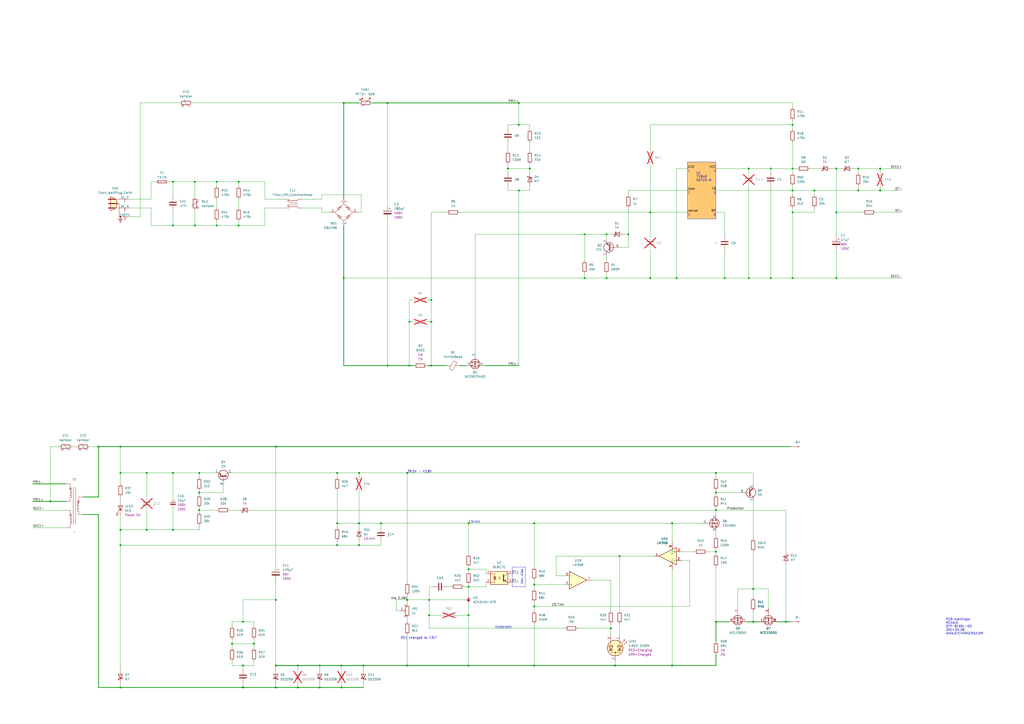
<source format=kicad_sch>
(kicad_sch (version 20230121) (generator eeschema)
  (paper "A2")
  (title_block (date "2023-08-08"))
  (junction (at 115.57 285.75))
  (junction (at 415.29 274.32))
  (junction (at 294.64 97.79))
  (junction (at 510.54 97.79))
  (junction (at 459.74 161.29))
  (junction (at 248.92 347.98))
  (junction (at 69.85 274.32))
  (junction (at 420.37 161.29))
  (junction (at 300.99 72.39))
  (junction (at 57.15 259.08))
  (junction (at 185.42 386.08))
  (junction (at 248.92 356.87))
  (junction (at 354.33 364.49))
  (junction (at 447.04 97.79))
  (junction (at 140.97 386.08))
  (junction (at 309.88 339.09))
  (junction (at 459.74 110.49))
  (junction (at 459.74 72.39))
  (junction (at 195.58 274.32))
  (junction (at 271.78 303.53))
  (junction (at 195.58 316.23))
  (junction (at 208.28 316.23))
  (junction (at 115.57 295.91))
  (junction (at 160.02 398.78))
  (junction (at 100.33 274.32))
  (junction (at 485.14 123.19))
  (junction (at 208.28 303.53))
  (junction (at 210.82 386.08))
  (junction (at 198.12 386.08))
  (junction (at 300.99 59.69))
  (junction (at 100.33 105.41))
  (junction (at 250.19 173.99))
  (junction (at 389.89 386.08))
  (junction (at 434.34 161.29))
  (junction (at 415.29 320.04))
  (junction (at 271.78 356.87))
  (junction (at 389.89 303.53))
  (junction (at 271.78 330.2))
  (junction (at 69.85 316.23))
  (junction (at 236.22 386.08))
  (junction (at 485.14 97.79))
  (junction (at 29.21 290.83))
  (junction (at 198.12 398.78))
  (junction (at 208.28 274.32))
  (junction (at 69.85 259.08))
  (junction (at 147.32 373.38))
  (junction (at 236.22 347.98))
  (junction (at 351.79 135.89))
  (junction (at 113.03 105.41))
  (junction (at 415.29 285.75))
  (junction (at 485.14 161.29))
  (junction (at 140.97 398.78))
  (junction (at 250.19 186.69))
  (junction (at 356.87 386.08))
  (junction (at 199.39 59.69))
  (junction (at 271.78 340.36))
  (junction (at 138.43 130.81))
  (junction (at 309.88 351.79))
  (junction (at 125.73 105.41))
  (junction (at 69.85 398.78))
  (junction (at 415.29 360.68))
  (junction (at 172.72 386.08))
  (junction (at 160.02 386.08))
  (junction (at 125.73 130.81))
  (junction (at 436.88 360.68))
  (junction (at 510.54 110.49))
  (junction (at 497.84 110.49))
  (junction (at 307.34 97.79))
  (junction (at 138.43 105.41))
  (junction (at 309.88 303.53))
  (junction (at 185.42 398.78))
  (junction (at 236.22 274.32))
  (junction (at 377.19 161.29))
  (junction (at 199.39 161.29))
  (junction (at 455.93 360.68))
  (junction (at 115.57 274.32))
  (junction (at 309.88 386.08))
  (junction (at 339.09 161.29))
  (junction (at 195.58 303.53))
  (junction (at 415.29 295.91))
  (junction (at 224.79 212.09))
  (junction (at 224.79 59.69))
  (junction (at 392.43 161.29))
  (junction (at 220.98 303.53))
  (junction (at 140.97 360.68))
  (junction (at 351.79 161.29))
  (junction (at 459.74 97.79))
  (junction (at 100.33 130.81))
  (junction (at 69.85 307.34))
  (junction (at 100.33 307.34))
  (junction (at 459.74 123.19))
  (junction (at 85.09 274.32))
  (junction (at 364.49 135.89))
  (junction (at 497.84 97.79))
  (junction (at 160.02 347.98))
  (junction (at 237.49 212.09))
  (junction (at 172.72 398.78))
  (junction (at 85.09 307.34))
  (junction (at 434.34 97.79))
  (junction (at 472.44 110.49))
  (junction (at 237.49 186.69))
  (junction (at 134.62 373.38))
  (junction (at 250.19 212.09))
  (junction (at 359.41 322.58))
  (junction (at 436.88 341.63))
  (junction (at 300.99 110.49))
  (junction (at 113.03 130.81))
  (junction (at 339.09 135.89))
  (junction (at 271.78 386.08))
  (junction (at 447.04 161.29))
  (junction (at 160.02 259.08))
  (junction (at 377.19 123.19))
  (wire (pts (xy 57.15 259.08) (xy 52.07 259.08)))
  (wire (pts (xy 237.49 173.99) (xy 237.49 186.69)))
  (wire (pts (xy 57.15 288.29) (xy 48.26 288.29)) (stroke (width 0.4)))
  (wire (pts (xy 354.33 364.49) (xy 335.28 364.49)))
  (wire (pts (xy 125.73 115.57) (xy 125.73 120.65)))
  (wire (pts (xy 415.29 274.32) (xy 436.88 274.32)))
  (wire (pts (xy 472.44 110.49) (xy 497.84 110.49)))
  (wire (pts (xy 74.93 120.65) (xy 87.63 120.65)))
  (wire (pts (xy 339.09 135.89) (xy 351.79 135.89)))
  (wire (pts (xy 415.29 379.73) (xy 415.29 386.08)) (stroke (width 0.4)))
  (wire (pts (xy 415.29 360.68) (xy 415.29 372.11)) (stroke (width 0.4)))
  (wire (pts (xy 436.88 360.68) (xy 436.88 354.33)))
  (wire (pts (xy 172.72 398.78) (xy 172.72 396.24)))
  (wire (pts (xy 300.99 59.69) (xy 300.99 72.39)))
  (wire (pts (xy 120.65 259.08) (xy 160.02 259.08)))
  (wire (pts (xy 19.05 295.91) (xy 38.1 295.91)))
  (wire (pts (xy 351.79 135.89) (xy 354.33 135.89)))
  (wire (pts (xy 309.88 386.08) (xy 356.87 386.08)) (stroke (width 0.4)))
  (wire (pts (xy 69.85 298.45) (xy 69.85 307.34)))
  (wire (pts (xy 198.12 386.08) (xy 210.82 386.08)) (stroke (width 0.4)))
  (wire (pts (xy 160.02 347.98) (xy 160.02 386.08)))
  (wire (pts (xy 307.34 87.63) (xy 307.34 82.55)))
  (wire (pts (xy 199.39 161.29) (xy 339.09 161.29)))
  (wire (pts (xy 224.79 59.69) (xy 224.79 119.38)))
  (wire (pts (xy 485.14 161.29) (xy 523.24 161.29)))
  (wire (pts (xy 195.58 274.32) (xy 208.28 274.32)))
  (wire (pts (xy 175.26 120.65) (xy 186.69 120.65)))
  (wire (pts (xy 195.58 313.69) (xy 195.58 316.23)))
  (wire (pts (xy 359.41 361.95) (xy 359.41 368.3)))
  (wire (pts (xy 436.88 290.83) (xy 436.88 312.42)))
  (wire (pts (xy 459.74 113.03) (xy 459.74 110.49)))
  (wire (pts (xy 459.74 100.33) (xy 459.74 97.79)))
  (wire (pts (xy 300.99 59.69) (xy 459.74 59.69)))
  (wire (pts (xy 497.84 110.49) (xy 510.54 110.49)))
  (wire (pts (xy 134.62 373.38) (xy 134.62 375.92)))
  (wire (pts (xy 497.84 107.95) (xy 497.84 110.49)))
  (wire (pts (xy 69.85 274.32) (xy 69.85 280.67)))
  (wire (pts (xy 199.39 212.09) (xy 199.39 161.29)))
  (wire (pts (xy 459.74 69.85) (xy 459.74 72.39)))
  (wire (pts (xy 153.67 105.41) (xy 153.67 115.57)))
  (wire (pts (xy 69.85 288.29) (xy 69.85 290.83)))
  (wire (pts (xy 415.29 285.75) (xy 415.29 287.02)))
  (wire (pts (xy 271.78 328.93) (xy 271.78 330.2)))
  (wire (pts (xy 113.03 105.41) (xy 113.03 114.3)))
  (wire (pts (xy 129.54 285.75) (xy 129.54 281.94)))
  (wire (pts (xy 415.29 318.77) (xy 415.29 320.04)))
  (wire (pts (xy 309.88 339.09) (xy 309.88 341.63)))
  (wire (pts (xy 69.85 316.23) (xy 69.85 388.62)))
  (wire (pts (xy 307.34 110.49) (xy 307.34 107.95)))
  (wire (pts (xy 138.43 130.81) (xy 138.43 128.27)))
  (wire (pts (xy 472.44 120.65) (xy 472.44 123.19)))
  (wire (pts (xy 100.33 274.32) (xy 115.57 274.32)))
  (wire (pts (xy 307.34 95.25) (xy 307.34 97.79)))
  (wire (pts (xy 115.57 274.32) (xy 115.57 276.86)))
  (wire (pts (xy 485.14 97.79) (xy 485.14 123.19)))
  (wire (pts (xy 415.29 295.91) (xy 455.93 295.91)))
  (wire (pts (xy 309.88 349.25) (xy 309.88 351.79)))
  (wire (pts (xy 111.76 59.69) (xy 199.39 59.69)))
  (wire (pts (xy 85.09 274.32) (xy 100.33 274.32)))
  (wire (pts (xy 236.22 347.98) (xy 229.87 347.98)))
  (wire (pts (xy 309.88 303.53) (xy 389.89 303.53)))
  (wire (pts (xy 186.69 113.03) (xy 209.55 113.03)))
  (wire (pts (xy 307.34 100.33) (xy 307.34 97.79)))
  (wire (pts (xy 186.69 115.57) (xy 186.69 113.03)))
  (wire (pts (xy 261.62 340.36) (xy 259.08 340.36)))
  (polyline (pts (xy 297.18 328.93) (xy 304.8 328.93)))
  (wire (pts (xy 140.97 347.98) (xy 160.02 347.98)))
  (wire (pts (xy 210.82 386.08) (xy 210.82 388.62)))
  (wire (pts (xy 472.44 113.03) (xy 472.44 110.49)))
  (wire (pts (xy 160.02 386.08) (xy 172.72 386.08)) (stroke (width 0.4)))
  (wire (pts (xy 351.79 158.75) (xy 351.79 161.29)))
  (wire (pts (xy 508 123.19) (xy 523.24 123.19)))
  (wire (pts (xy 69.85 274.32) (xy 85.09 274.32)))
  (wire (pts (xy 153.67 115.57) (xy 165.1 115.57)))
  (wire (pts (xy 294.64 97.79) (xy 294.64 100.33)))
  (wire (pts (xy 271.78 303.53) (xy 309.88 303.53)))
  (wire (pts (xy 237.49 212.09) (xy 240.03 212.09)) (stroke (width 0.4)))
  (wire (pts (xy 198.12 386.08) (xy 210.82 386.08)))
  (wire (pts (xy 87.63 115.57) (xy 74.93 115.57)))
  (wire (pts (xy 364.49 135.89) (xy 364.49 143.51)))
  (wire (pts (xy 510.54 110.49) (xy 523.24 110.49)))
  (wire (pts (xy 415.29 320.04) (xy 415.29 321.31)))
  (wire (pts (xy 271.78 386.08) (xy 236.22 386.08)) (stroke (width 0.4)))
  (wire (pts (xy 100.33 307.34) (xy 115.57 307.34)))
  (wire (pts (xy 172.72 386.08) (xy 185.42 386.08)) (stroke (width 0.4)))
  (wire (pts (xy 153.67 130.81) (xy 138.43 130.81)))
  (wire (pts (xy 125.73 105.41) (xy 113.03 105.41)))
  (wire (pts (xy 237.49 186.69) (xy 237.49 212.09)))
  (wire (pts (xy 147.32 383.54) (xy 147.32 386.08)))
  (wire (pts (xy 354.33 364.49) (xy 354.33 368.3)))
  (wire (pts (xy 87.63 120.65) (xy 87.63 130.81)))
  (wire (pts (xy 459.74 82.55) (xy 459.74 97.79)))
  (wire (pts (xy 510.54 107.95) (xy 510.54 110.49)))
  (wire (pts (xy 400.05 351.79) (xy 400.05 325.12)))
  (wire (pts (xy 236.22 358.14) (xy 236.22 360.68)))
  (wire (pts (xy 309.88 336.55) (xy 309.88 339.09)))
  (wire (pts (xy 134.62 370.84) (xy 134.62 373.38)))
  (wire (pts (xy 271.78 386.08) (xy 309.88 386.08)) (stroke (width 0.4)))
  (wire (pts (xy 74.93 125.73) (xy 81.28 125.73)))
  (wire (pts (xy 186.69 120.65) (xy 186.69 123.19)))
  (wire (pts (xy 69.85 307.34) (xy 85.09 307.34)))
  (wire (pts (xy 19.05 280.67) (xy 38.1 280.67)) (stroke (width 0.4)))
  (wire (pts (xy 208.28 316.23) (xy 220.98 316.23)))
  (wire (pts (xy 420.37 137.16) (xy 420.37 123.19)))
  (wire (pts (xy 140.97 386.08) (xy 140.97 388.62)))
  (wire (pts (xy 392.43 161.29) (xy 420.37 161.29)))
  (wire (pts (xy 247.65 173.99) (xy 250.19 173.99)))
  (wire (pts (xy 377.19 144.78) (xy 377.19 161.29)))
  (wire (pts (xy 415.29 123.19) (xy 420.37 123.19)))
  (wire (pts (xy 172.72 386.08) (xy 172.72 388.62)))
  (wire (pts (xy 138.43 107.95) (xy 138.43 105.41)))
  (wire (pts (xy 195.58 303.53) (xy 195.58 306.07)))
  (wire (pts (xy 271.78 303.53) (xy 271.78 321.31)))
  (wire (pts (xy 210.82 398.78) (xy 198.12 398.78)) (stroke (width 0.4)))
  (wire (pts (xy 389.89 303.53) (xy 389.89 314.96)))
  (wire (pts (xy 281.94 332.74) (xy 281.94 330.2)))
  (wire (pts (xy 85.09 274.32) (xy 85.09 288.29)))
  (wire (pts (xy 394.97 320.04) (xy 402.59 320.04)))
  (wire (pts (xy 81.28 125.73) (xy 81.28 59.69)))
  (wire (pts (xy 48.26 298.45) (xy 57.15 298.45)) (stroke (width 0.4)))
  (wire (pts (xy 160.02 259.08) (xy 458.47 259.08)) (stroke (width 0.4)))
  (wire (pts (xy 100.33 121.92) (xy 100.33 130.81)))
  (wire (pts (xy 199.39 130.81) (xy 199.39 161.29)) (stroke (width 0.4)))
  (wire (pts (xy 469.9 97.79) (xy 474.98 97.79)))
  (wire (pts (xy 113.03 121.92) (xy 113.03 130.81)))
  (wire (pts (xy 415.29 308.61) (xy 415.29 311.15)))
  (wire (pts (xy 436.88 341.63) (xy 445.77 341.63)))
  (wire (pts (xy 69.85 398.78) (xy 57.15 398.78)) (stroke (width 0.4)))
  (wire (pts (xy 436.88 274.32) (xy 436.88 280.67)))
  (wire (pts (xy 280.67 212.09) (xy 300.99 212.09)) (stroke (width 0.4)))
  (wire (pts (xy 147.32 360.68) (xy 147.32 363.22)))
  (wire (pts (xy 133.35 295.91) (xy 138.43 295.91)))
  (wire (pts (xy 275.59 135.89) (xy 275.59 204.47)))
  (wire (pts (xy 294.64 87.63) (xy 294.64 82.55)))
  (wire (pts (xy 185.42 386.08) (xy 198.12 386.08)) (stroke (width 0.4)))
  (wire (pts (xy 472.44 110.49) (xy 459.74 110.49)))
  (wire (pts (xy 160.02 398.78) (xy 140.97 398.78)) (stroke (width 0.4)))
  (wire (pts (xy 459.74 72.39) (xy 459.74 74.93)))
  (wire (pts (xy 482.6 97.79) (xy 485.14 97.79)))
  (wire (pts (xy 459.74 59.69) (xy 459.74 62.23)))
  (wire (pts (xy 208.28 284.48) (xy 208.28 303.53)))
  (wire (pts (xy 208.28 274.32) (xy 236.22 274.32)))
  (wire (pts (xy 462.28 97.79) (xy 459.74 97.79)))
  (wire (pts (xy 339.09 151.13) (xy 339.09 135.89)))
  (wire (pts (xy 497.84 97.79) (xy 510.54 97.79)))
  (wire (pts (xy 455.93 295.91) (xy 455.93 320.04)))
  (wire (pts (xy 309.88 361.95) (xy 309.88 386.08)))
  (wire (pts (xy 236.22 386.08) (xy 271.78 386.08)))
  (wire (pts (xy 361.95 135.89) (xy 364.49 135.89)))
  (wire (pts (xy 510.54 97.79) (xy 523.24 97.79)))
  (wire (pts (xy 34.29 259.08) (xy 29.21 259.08)))
  (wire (pts (xy 57.15 298.45) (xy 57.15 398.78)) (stroke (width 0.4)))
  (wire (pts (xy 29.21 259.08) (xy 29.21 290.83)))
  (wire (pts (xy 266.7 212.09) (xy 270.51 212.09)) (stroke (width 0.4)))
  (wire (pts (xy 134.62 360.68) (xy 140.97 360.68)))
  (wire (pts (xy 377.19 161.29) (xy 392.43 161.29)))
  (wire (pts (xy 220.98 306.07) (xy 220.98 303.53)))
  (wire (pts (xy 100.33 274.32) (xy 100.33 289.56)))
  (wire (pts (xy 485.14 144.78) (xy 485.14 161.29)))
  (wire (pts (xy 392.43 97.79) (xy 392.43 161.29)))
  (wire (pts (xy 195.58 284.48) (xy 195.58 303.53)))
  (wire (pts (xy 459.74 120.65) (xy 459.74 123.19)))
  (wire (pts (xy 434.34 107.95) (xy 434.34 161.29)))
  (wire (pts (xy 147.32 386.08) (xy 140.97 386.08)))
  (wire (pts (xy 436.88 341.63) (xy 436.88 320.04)))
  (wire (pts (xy 115.57 284.48) (xy 115.57 285.75)))
  (wire (pts (xy 389.89 303.53) (xy 407.67 303.53)))
  (wire (pts (xy 185.42 398.78) (xy 172.72 398.78)) (stroke (width 0.4)))
  (wire (pts (xy 172.72 386.08) (xy 185.42 386.08)))
  (wire (pts (xy 459.74 107.95) (xy 459.74 110.49)))
  (wire (pts (xy 209.55 123.19) (xy 209.55 113.03)))
  (wire (pts (xy 351.79 138.43) (xy 351.79 135.89)))
  (polyline (pts (xy 304.8 328.93) (xy 304.8 340.36)))
  (wire (pts (xy 134.62 363.22) (xy 134.62 360.68)))
  (wire (pts (xy 356.87 386.08) (xy 389.89 386.08)) (stroke (width 0.4)))
  (wire (pts (xy 248.92 340.36) (xy 251.46 340.36)))
  (wire (pts (xy 364.49 120.65) (xy 364.49 135.89)))
  (wire (pts (xy 198.12 398.78) (xy 185.42 398.78)) (stroke (width 0.4)))
  (wire (pts (xy 510.54 100.33) (xy 510.54 97.79)))
  (wire (pts (xy 153.67 120.65) (xy 153.67 130.81)))
  (wire (pts (xy 208.28 274.32) (xy 208.28 276.86)))
  (wire (pts (xy 140.97 360.68) (xy 147.32 360.68)))
  (wire (pts (xy 281.94 340.36) (xy 281.94 337.82)))
  (wire (pts (xy 160.02 396.24) (xy 160.02 398.78)))
  (wire (pts (xy 199.39 59.69) (xy 208.28 59.69)) (stroke (width 0.4)))
  (wire (pts (xy 322.58 334.01) (xy 322.58 322.58)))
  (wire (pts (xy 97.79 105.41) (xy 100.33 105.41)))
  (wire (pts (xy 271.78 339.09) (xy 271.78 340.36)))
  (wire (pts (xy 198.12 386.08) (xy 198.12 388.62)))
  (wire (pts (xy 392.43 97.79) (xy 398.78 97.79)))
  (wire (pts (xy 364.49 110.49) (xy 364.49 113.03)))
  (wire (pts (xy 224.79 127) (xy 224.79 212.09)))
  (wire (pts (xy 447.04 107.95) (xy 447.04 161.29)))
  (wire (pts (xy 115.57 295.91) (xy 115.57 297.18)))
  (wire (pts (xy 455.93 360.68) (xy 458.47 360.68)) (stroke (width 0.4)))
  (wire (pts (xy 199.39 161.29) (xy 199.39 212.09)) (stroke (width 0.4)))
  (wire (pts (xy 433.07 360.68) (xy 436.88 360.68)) (stroke (width 0.4)))
  (wire (pts (xy 115.57 295.91) (xy 125.73 295.91)))
  (wire (pts (xy 307.34 97.79) (xy 294.64 97.79)))
  (wire (pts (xy 240.03 186.69) (xy 237.49 186.69)))
  (wire (pts (xy 220.98 303.53) (xy 271.78 303.53)))
  (wire (pts (xy 364.49 110.49) (xy 398.78 110.49)))
  (wire (pts (xy 100.33 294.64) (xy 100.33 307.34)))
  (wire (pts (xy 115.57 304.8) (xy 115.57 307.34)))
  (wire (pts (xy 160.02 386.08) (xy 160.02 388.62)))
  (wire (pts (xy 354.33 336.55) (xy 342.9 336.55)))
  (wire (pts (xy 415.29 274.32) (xy 415.29 276.86)))
  (wire (pts (xy 172.72 398.78) (xy 160.02 398.78)) (stroke (width 0.4)))
  (wire (pts (xy 415.29 110.49) (xy 459.74 110.49)))
  (wire (pts (xy 208.28 303.53) (xy 220.98 303.53)))
  (wire (pts (xy 29.21 290.83) (xy 38.1 290.83)) (stroke (width 0.4)))
  (wire (pts (xy 134.62 386.08) (xy 134.62 383.54)))
  (wire (pts (xy 377.19 95.25) (xy 377.19 123.19)))
  (wire (pts (xy 237.49 173.99) (xy 240.03 173.99)))
  (wire (pts (xy 138.43 105.41) (xy 125.73 105.41)))
  (wire (pts (xy 134.62 274.32) (xy 195.58 274.32)))
  (wire (pts (xy 69.85 398.78) (xy 140.97 398.78)) (stroke (width 0.4)))
  (wire (pts (xy 69.85 307.34) (xy 69.85 316.23)))
  (wire (pts (xy 125.73 105.41) (xy 125.73 107.95)))
  (wire (pts (xy 415.29 295.91) (xy 415.29 294.64)))
  (wire (pts (xy 87.63 105.41) (xy 90.17 105.41)))
  (wire (pts (xy 485.14 137.16) (xy 485.14 123.19)))
  (wire (pts (xy 87.63 130.81) (xy 100.33 130.81)))
  (wire (pts (xy 485.14 97.79) (xy 487.68 97.79)))
  (wire (pts (xy 236.22 347.98) (xy 236.22 350.52)))
  (wire (pts (xy 185.42 396.24) (xy 185.42 398.78)))
  (wire (pts (xy 436.88 346.71) (xy 436.88 341.63)))
  (wire (pts (xy 250.19 123.19) (xy 259.08 123.19)))
  (wire (pts (xy 248.92 356.87) (xy 256.54 356.87)))
  (wire (pts (xy 248.92 347.98) (xy 269.24 347.98)))
  (wire (pts (xy 447.04 161.29) (xy 459.74 161.29)))
  (wire (pts (xy 85.09 307.34) (xy 100.33 307.34)))
  (wire (pts (xy 125.73 128.27) (xy 125.73 130.81)))
  (wire (pts (xy 250.19 173.99) (xy 250.19 186.69)))
  (wire (pts (xy 389.89 330.2) (xy 389.89 386.08)))
  (wire (pts (xy 250.19 186.69) (xy 250.19 212.09)))
  (wire (pts (xy 138.43 105.41) (xy 153.67 105.41)))
  (wire (pts (xy 191.77 123.19) (xy 186.69 123.19)))
  (wire (pts (xy 195.58 274.32) (xy 195.58 276.86)))
  (wire (pts (xy 420.37 144.78) (xy 420.37 161.29)))
  (wire (pts (xy 87.63 115.57) (xy 87.63 105.41)))
  (wire (pts (xy 250.19 212.09) (xy 259.08 212.09)) (stroke (width 0.4)))
  (wire (pts (xy 377.19 87.63) (xy 377.19 72.39)))
  (wire (pts (xy 447.04 97.79) (xy 434.34 97.79)))
  (wire (pts (xy 266.7 123.19) (xy 377.19 123.19)))
  (wire (pts (xy 69.85 259.08) (xy 160.02 259.08)) (stroke (width 0.4)))
  (wire (pts (xy 113.03 130.81) (xy 125.73 130.81)))
  (wire (pts (xy 250.19 186.69) (xy 247.65 186.69)))
  (wire (pts (xy 115.57 285.75) (xy 129.54 285.75)))
  (wire (pts (xy 415.29 295.91) (xy 415.29 298.45)))
  (wire (pts (xy 69.85 259.08) (xy 69.85 274.32)))
  (wire (pts (xy 351.79 148.59) (xy 351.79 151.13)))
  (wire (pts (xy 248.92 356.87) (xy 248.92 364.49)))
  (wire (pts (xy 294.64 95.25) (xy 294.64 97.79)))
  (wire (pts (xy 100.33 105.41) (xy 113.03 105.41)))
  (wire (pts (xy 147.32 370.84) (xy 147.32 373.38)))
  (wire (pts (xy 271.78 340.36) (xy 271.78 345.44)))
  (wire (pts (xy 410.21 320.04) (xy 415.29 320.04)))
  (wire (pts (xy 472.44 123.19) (xy 459.74 123.19)))
  (wire (pts (xy 185.42 386.08) (xy 198.12 386.08)))
  (polyline (pts (xy 304.8 340.36) (xy 297.18 340.36)))
  (wire (pts (xy 351.79 161.29) (xy 377.19 161.29)))
  (wire (pts (xy 322.58 322.58) (xy 359.41 322.58)))
  (wire (pts (xy 198.12 398.78) (xy 198.12 396.24)))
  (wire (pts (xy 294.64 72.39) (xy 300.99 72.39)))
  (wire (pts (xy 195.58 316.23) (xy 208.28 316.23)))
  (wire (pts (xy 436.88 360.68) (xy 440.69 360.68)) (stroke (width 0.4)))
  (wire (pts (xy 250.19 123.19) (xy 250.19 173.99)))
  (polyline (pts (xy 297.18 328.93) (xy 297.18 340.36)))
  (wire (pts (xy 294.64 107.95) (xy 294.64 110.49)))
  (wire (pts (xy 160.02 386.08) (xy 172.72 386.08)))
  (wire (pts (xy 207.01 123.19) (xy 209.55 123.19)))
  (wire (pts (xy 297.18 337.82) (xy 300.99 337.82)))
  (wire (pts (xy 429.26 285.75) (xy 415.29 285.75)))
  (wire (pts (xy 146.05 295.91) (xy 415.29 295.91)))
  (wire (pts (xy 160.02 336.55) (xy 160.02 347.98)))
  (wire (pts (xy 415.29 360.68) (xy 422.91 360.68)) (stroke (width 0.4)))
  (wire (pts (xy 394.97 325.12) (xy 400.05 325.12)))
  (wire (pts (xy 354.33 336.55) (xy 354.33 354.33)))
  (wire (pts (xy 271.78 330.2) (xy 271.78 331.47)))
  (wire (pts (xy 208.28 303.53) (xy 208.28 306.07)))
  (wire (pts (xy 199.39 115.57) (xy 199.39 59.69)) (stroke (width 0.4)))
  (wire (pts (xy 115.57 295.91) (xy 115.57 294.64)))
  (wire (pts (xy 224.79 59.69) (xy 300.99 59.69)) (stroke (width 0.4)))
  (wire (pts (xy 115.57 274.32) (xy 124.46 274.32)))
  (wire (pts (xy 294.64 110.49) (xy 300.99 110.49)))
  (wire (pts (xy 229.87 347.98) (xy 229.87 354.33)))
  (wire (pts (xy 455.93 327.66) (xy 455.93 360.68)))
  (wire (pts (xy 459.74 161.29) (xy 459.74 123.19)))
  (wire (pts (xy 247.65 212.09) (xy 250.19 212.09)) (stroke (width 0.4)))
  (wire (pts (xy 271.78 350.52) (xy 271.78 356.87)))
  (wire (pts (xy 236.22 274.32) (xy 415.29 274.32)))
  (wire (pts (xy 100.33 105.41) (xy 100.33 114.3)))
  (wire (pts (xy 210.82 386.08) (xy 236.22 386.08)) (stroke (width 0.4)))
  (wire (pts (xy 359.41 322.58) (xy 359.41 354.33)))
  (wire (pts (xy 264.16 356.87) (xy 271.78 356.87)))
  (wire (pts (xy 415.29 328.93) (xy 415.29 360.68)))
  (wire (pts (xy 85.09 295.91) (xy 85.09 307.34)))
  (wire (pts (xy 354.33 361.95) (xy 354.33 364.49)))
  (wire (pts (xy 237.49 212.09) (xy 224.79 212.09)) (stroke (width 0.4)))
  (wire (pts (xy 140.97 396.24) (xy 140.97 398.78)))
  (wire (pts (xy 153.67 120.65) (xy 165.1 120.65)))
  (wire (pts (xy 208.28 313.69) (xy 208.28 316.23)))
  (wire (pts (xy 497.84 100.33) (xy 497.84 97.79)))
  (wire (pts (xy 450.85 360.68) (xy 455.93 360.68)) (stroke (width 0.4)))
  (wire (pts (xy 307.34 74.93) (xy 307.34 72.39)))
  (wire (pts (xy 300.99 110.49) (xy 300.99 212.09)))
  (wire (pts (xy 327.66 334.01) (xy 322.58 334.01)))
  (wire (pts (xy 445.77 341.63) (xy 445.77 353.06)))
  (wire (pts (xy 377.19 72.39) (xy 459.74 72.39)))
  (wire (pts (xy 309.88 351.79) (xy 309.88 354.33)))
  (wire (pts (xy 220.98 313.69) (xy 220.98 316.23)))
  (wire (pts (xy 125.73 130.81) (xy 138.43 130.81)))
  (wire (pts (xy 57.15 259.08) (xy 69.85 259.08)) (stroke (width 0.4)))
  (wire (pts (xy 248.92 347.98) (xy 248.92 356.87)))
  (wire (pts (xy 69.85 396.24) (xy 69.85 398.78)))
  (wire (pts (xy 300.99 110.49) (xy 307.34 110.49)))
  (wire (pts (xy 427.99 341.63) (xy 436.88 341.63)))
  (wire (pts (xy 100.33 130.81) (xy 113.03 130.81)))
  (wire (pts (xy 185.42 386.08) (xy 185.42 388.62)))
  (wire (pts (xy 447.04 97.79) (xy 447.04 100.33)))
  (wire (pts (xy 309.88 351.79) (xy 400.05 351.79)))
  (wire (pts (xy 275.59 135.89) (xy 339.09 135.89)))
  (wire (pts (xy 19.05 306.07) (xy 38.1 306.07)))
  (wire (pts (xy 210.82 398.78) (xy 210.82 396.24)))
  (wire (pts (xy 420.37 161.29) (xy 434.34 161.29)))
  (wire (pts (xy 309.88 339.09) (xy 327.66 339.09)))
  (wire (pts (xy 236.22 368.3) (xy 236.22 386.08)))
  (wire (pts (xy 297.18 332.74) (xy 300.99 332.74)))
  (wire (pts (xy 415.29 97.79) (xy 434.34 97.79)))
  (wire (pts (xy 115.57 285.75) (xy 115.57 287.02)))
  (wire (pts (xy 356.87 383.54) (xy 356.87 386.08)))
  (wire (pts (xy 41.91 259.08) (xy 44.45 259.08)))
  (wire (pts (xy 147.32 373.38) (xy 147.32 375.92)))
  (wire (pts (xy 236.22 345.44) (xy 236.22 347.98)))
  (wire (pts (xy 236.22 347.98) (xy 248.92 347.98)))
  (wire (pts (xy 195.58 303.53) (xy 208.28 303.53)))
  (wire (pts (xy 175.26 115.57) (xy 186.69 115.57)))
  (wire (pts (xy 459.74 161.29) (xy 485.14 161.29)))
  (wire (pts (xy 19.05 290.83) (xy 29.21 290.83)) (stroke (width 0.4)))
  (wire (pts (xy 327.66 364.49) (xy 248.92 364.49)))
  (wire (pts (xy 389.89 386.08) (xy 415.29 386.08)) (stroke (width 0.4)))
  (wire (pts (xy 377.19 123.19) (xy 398.78 123.19)))
  (wire (pts (xy 339.09 158.75) (xy 339.09 161.29)))
  (wire (pts (xy 415.29 284.48) (xy 415.29 285.75)))
  (wire (pts (xy 359.41 322.58) (xy 379.73 322.58)))
  (wire (pts (xy 134.62 373.38) (xy 147.32 373.38)))
  (wire (pts (xy 309.88 303.53) (xy 309.88 328.93)))
  (wire (pts (xy 57.15 259.08) (xy 57.15 288.29)) (stroke (width 0.4)))
  (wire (pts (xy 81.28 59.69) (xy 104.14 59.69)))
  (wire (pts (xy 215.9 59.69) (xy 224.79 59.69)) (stroke (width 0.4)))
  (wire (pts (xy 364.49 143.51) (xy 359.41 143.51)))
  (wire (pts (xy 485.14 123.19) (xy 500.38 123.19)))
  (wire (pts (xy 140.97 360.68) (xy 140.97 347.98)))
  (wire (pts (xy 434.34 97.79) (xy 434.34 100.33)))
  (wire (pts (xy 434.34 161.29) (xy 447.04 161.29)))
  (wire (pts (xy 229.87 354.33) (xy 232.41 354.33)))
  (wire (pts (xy 160.02 259.08) (xy 160.02 328.93)))
  (wire (pts (xy 160.02 259.08) (xy 210.82 259.08)))
  (wire (pts (xy 271.78 356.87) (xy 271.78 386.08)))
  (wire (pts (xy 377.19 123.19) (xy 377.19 137.16)))
  (wire (pts (xy 294.64 74.93) (xy 294.64 72.39)))
  (wire (pts (xy 300.99 72.39) (xy 307.34 72.39)))
  (wire (pts (xy 69.85 316.23) (xy 195.58 316.23)))
  (wire (pts (xy 459.74 97.79) (xy 447.04 97.79)))
  (wire (pts (xy 236.22 274.32) (xy 236.22 337.82)))
  (wire (pts (xy 199.39 212.09) (xy 224.79 212.09)) (stroke (width 0.4)))
  (wire (pts (xy 140.97 386.08) (xy 134.62 386.08)))
  (wire (pts (xy 427.99 341.63) (xy 427.99 353.06)))
  (wire (pts (xy 138.43 120.65) (xy 138.43 115.57)))
  (wire (pts (xy 269.24 340.36) (xy 271.78 340.36)))
  (wire (pts (xy 271.78 340.36) (xy 281.94 340.36)))
  (wire (pts (xy 281.94 330.2) (xy 271.78 330.2)))
  (wire (pts (xy 495.3 97.79) (xy 497.84 97.79)))
  (wire (pts (xy 248.92 347.98) (xy 248.92 340.36)))
  (wire (pts (xy 339.09 161.29) (xy 351.79 161.29)))
  (rectangle (start 398.78 93.98) (end 415.29 127) (fill (type color) (color 255 201 116 1)))
  (text "R21 changed to 13k7" (at 232.41 370.84 0) (effects (font (size 1.27 1.27)) (justify left bottom)))
  (text "13.44V" (at 271.78 303.53 0) (effects (font (size 1.27 1.27)) (justify left bottom)))
  (text "Hysteresis" (at 287.02 364.49 0) (effects (font (size 1.27 1.27)) (justify left bottom)))
  (text "Hot-side" (at 303.53 330.2 90) (effects (font (size 1.27 1.27)) (justify right bottom)))
  (text "39,5V - 43,8V" (at 236.22 274.32 0) (effects (font (size 1.27 1.27)) (justify left bottom)))
  (text "In an attempt to lower output float voltage range (selected by VR1) to 24V,\nR21 was changed to 13k7 however unloaded output voltage never got below 39,5V\nHot-side feedback voltage divider R50, R8 & C5 looks like a promising solution." (at 90.17 -2.54 0) (effects (font (size 5 5)) (justify left bottom)))
  (text "U1\n71840\nSOT23-6" (at 403.86 105.41 0) (effects (font (size 1.27 1.27)) (justify left bottom)))
  (text "PCB markings:\nREV:A.5\nSTP-8100L-05\n2014,04,06\nWWW.STCHARGERS:COM" (at 548.64 368.3 0) (effects (font (size 1.27 1.27)) (justify left bottom)))
  (label "PRI1+" (at 300.99 59.69 180))
  (label "PRI1+" (at 19.05 290.83 0))
  (label "PRI1-" (at 19.05 280.67 0))
  (label "OT-" (at 523.24 110.49 180))
  (label "OT+" (at 300.99 332.74 180))
  (label "OT-" (at 300.99 337.82 180))
  (label "23.7mV" (at 320.04 351.79 0))
  (label "Gate" (at 398.78 110.49 0) (property "Pin" "2" (at 398.78 111.76 0) (effects (font italic) (justify left))))
  (label "BP" (at 415.29 123.19 180) (property "Pin" "6" (at 415.29 124.46 0) (effects (font italic) (justify right))))
  (label "PRI1-" (at 300.99 212.09 180))
  (label "VCC" (at 415.29 97.79 180) (property "Pin" "4" (at 415.29 99.06 0) (effects (font italic) (justify right))))
  (label "GND" (at 398.78 97.79 0) (property "Pin" "1" (at 398.78 99.06 0) (effects (font italic) (justify left))))
  (label "SEC1-" (at 19.05 295.91 0))
  (label "SEC1+" (at 523.24 97.79 180))
  (label "V_{FB} 2,48V" (at 236.22 347.98 180))
  (label "SEC1-" (at 523.24 161.29 180))
  (label "SEC1+" (at 19.05 306.07 0))
  (label "FB" (at 415.29 110.49 180) (property "Pin" "5" (at 415.29 111.76 0) (effects (font italic) (justify right))))
  (label "Isense" (at 398.78 123.19 0) (property "Pin" "3" (at 398.78 124.46 0) (effects (font italic) (justify left))))
  (label "Protection" (at 421.64 295.91 0))
  (label "OT+" (at 523.24 123.19 180))
  (symbol (lib_id "Device:D_Schottky") (at 478.79 97.79 0) (mirror x) (unit 1)
    (property "Reference" "D2" (at 478.4725 91.44 0))
    (property "Value" "?" (effects hide))
    (property "Footprint" "Diode_SMD:D_SOD-123" (effects hide))
    (property "Marking" "T4" (at 478.4725 93.98 0))
  )
  (symbol (lib_id "Simulation_SPICE:NMOS") (at 412.75 303.53 0) (unit 1)
    (property "Reference" "Q6" (at 419.1 302.26 0) (effects (justify left)))
    (property "Value" "CS1N60" (at 419.1 304.8 0) (effects (justify left)))
    (property "Footprint" "Package_TO_SOT_SMD:TO-252-2" (effects hide))
    (property "Datasheet" "https://datasheet.lcsc.com/lcsc/1809251829_Wuxi-China-Resources-Huajing-Microelectronics-CS1N60A4H_C162383.pdf" (effects hide))
    (property "Sim.Device" "NMOS" (effects hide))
    (property "Sim.Type" "VDMOS" (effects hide))
    (property "Sim.Pins" "1=D 2=G 3=S" (effects hide))
    (property "Marking" "CS1N60" (effects hide))
  )
  (symbol (lib_id "Device:D_Schottky") (at 172.72 392.43 270) (mirror x) (unit 1) (dnp yes)
    (property "Reference" "D6" (at 175.26 391.4775 90) (effects (justify left)))
    (property "Value" "SS320B" (at 175.26 394.0175 90) (effects (justify left)))
    (property "Footprint" "Diode_SMD:D_SMA" (effects hide))
    (property "Marking" "SS320B" (effects hide))
  )
  (symbol (lib_id "Device:LED_Dual_AKA") (at 356.87 375.92 270) (mirror x) (unit 1)
    (property "Reference" "LED1" (at 364.49 372.0465 90) (effects (justify left)))
    (property "Value" "1:RED 3:GRN" (at 364.49 374.5865 90) (effects (justify left)))
    (property "Footprint" "LED_THT:LED_D5.0mm-3" (effects hide))
    (property "txt1" "RED=Charging" (at 364.49 377.1265 90) (effects (justify left)))
    (property "txt2" "GRN=Charged" (at 364.49 379.6665 90) (effects (justify left)))
  )
  (symbol (lib_id "Connector:Conn_01x01_Pin") (at 463.55 360.68 0) (mirror y) (unit 1)
    (property "Reference" "J1" (effects hide))
    (property "Value" "B-" (at 462.915 358.14 0))
    (property "Footprint" "TestPoint:TestPoint_THTPad_D4.0mm_Drill2.0mm" (effects hide))
  )
  (symbol (lib_id "Device:R") (at 466.09 97.79 90) (mirror x) (unit 1)
    (property "Reference" "R9" (at 466.09 91.44 90))
    (property "Value" "0R" (at 466.09 93.98 90))
    (property "Footprint" "Resistor_SMD:R_1206_3216Metric" (effects hide))
  )
  (symbol (lib_id "Device:C") (at 140.97 392.43 0) (unit 1)
    (property "Reference" "C13" (at 144.78 391.16 0) (effects (justify left)))
    (property "Value" "~" (at 144.78 393.7 0) (effects (justify left)))
    (property "Footprint" "Capacitor_SMD:C_1206_3216Metric" (effects hide))
  )
  (symbol (lib_id "Amplifier_Operational:LM358") (at 387.35 322.58 0) (mirror y) (unit 1)
    (property "Reference" "U1" (at 387.35 312.42 0) (effects (justify left)))
    (property "Value" "LM358" (at 387.35 314.96 0) (effects (justify left)))
    (property "Footprint" "Package_SO:SO-8_3.9x4.9mm_P1.27mm" (effects hide))
    (property "Datasheet" "https://www.st.com/resource/en/datasheet/lm358.pdf" (effects hide))
  )
  (symbol (lib_id "Device:R") (at 359.41 358.14 0) (mirror x) (unit 1)
    (property "Reference" "R31" (at 361.95 356.87 0) (effects (justify left)))
    (property "Value" "4k7" (at 361.95 359.41 0) (effects (justify left)))
    (property "Footprint" "Resistor_SMD:R_0805_2012Metric" (effects hide))
  )
  (symbol (lib_id "Device:R") (at 243.84 173.99 90) (mirror x) (unit 1) (dnp yes)
    (property "Reference" "R4" (at 243.84 170.18 90))
    (property "Value" "~" (at 243.84 170.18 90))
    (property "Footprint" "Resistor_SMD:R_1206_3216Metric" (effects hide))
  )
  (symbol (lib_id "Device:C") (at 434.34 104.14 0) (unit 1) (dnp yes)
    (property "Reference" "C4" (at 438.15 104.14 0) (effects (justify left)))
    (property "Value" "~" (at 429.26 104.14 90))
    (property "Footprint" "Capacitor_SMD:C_0805_2012Metric" (effects hide))
  )
  (symbol (lib_id "Device:R") (at 294.64 91.44 180) (unit 1)
    (property "Reference" "R12" (at 297.18 90.17 0) (effects (justify right)))
    (property "Value" "100R" (at 297.18 92.71 0) (effects (justify right)))
    (property "Footprint" "Resistor_SMD:R_1206_3216Metric" (effects hide))
  )
  (symbol (lib_id "Device:R") (at 364.49 116.84 0) (unit 1)
    (property "Reference" "R7" (at 367.03 115.57 0) (effects (justify left)))
    (property "Value" "1k" (at 367.03 118.11 0) (effects (justify left)))
    (property "Footprint" "Resistor_SMD:R_1206_3216Metric" (effects hide))
  )
  (symbol (lib_id "Simulation_SPICE:PNP") (at 434.34 285.75 0) (mirror x) (unit 1)
    (property "Reference" "Q5" (at 439.42 284.48 0) (effects (justify left)))
    (property "Value" "2D" (at 439.42 287.02 0) (effects (justify left)))
    (property "Footprint" "Package_TO_SOT_SMD:SOT-23" (effects hide))
    (property "Sim.Device" "PNP" (effects hide))
    (property "Sim.Type" "GUMMELPOON" (effects hide))
    (property "Sim.Pins" "1=C 2=B 3=E" (effects hide))
    (property "Marking" "2D" (effects hide))
  )
  (symbol (lib_id "Device:C_Polarized") (at 224.79 123.19 0) (mirror y) (unit 1)
    (property "Reference" "C3" (at 228.6 118.491 0) (effects (justify right)))
    (property "Value" "180µF" (at 228.6 121.031 0) (effects (justify right)))
    (property "Footprint" "Capacitor_THT:CP_Radial_D25.0mm_P10.00mm_SnapIn" (effects hide))
    (property "Voltage" "400V" (at 228.6 123.571 0) (effects (justify right)))
    (property "Temperature" "105C" (at 228.6 126.111 0) (effects (justify right)))
  )
  (symbol (lib_id "Device:C") (at 294.64 78.74 0) (mirror y) (unit 1)
    (property "Reference" "C9" (at 298.45 78.74 0) (effects (justify right)))
    (property "Value" "~" (at 299.72 78.74 90))
    (property "Footprint" "Capacitor_SMD:C_1206_3216Metric" (effects hide))
  )
  (symbol (lib_id "Device:R") (at 406.4 320.04 90) (unit 1)
    (property "Reference" "R42" (at 406.4 313.69 90))
    (property "Value" "1k" (at 406.4 316.23 90))
    (property "Footprint" "Resistor_SMD:R_0805_2012Metric" (effects hide))
  )
  (symbol (lib_id "Device:D_Schottky") (at 198.12 392.43 270) (mirror x) (unit 1) (dnp yes)
    (property "Reference" "D10" (at 200.66 391.4775 90) (effects (justify left)))
    (property "Value" "SS320B" (at 200.66 394.0175 90) (effects (justify left)))
    (property "Footprint" "Diode_SMD:D_SMA" (effects hide))
    (property "Marking" "SS320B" (effects hide))
  )
  (symbol (lib_id "Device:R") (at 236.22 341.63 0) (unit 1)
    (property "Reference" "R24" (at 238.76 340.36 0) (effects (justify left)))
    (property "Value" "150k" (at 238.76 342.9 0) (effects (justify left)))
    (property "Footprint" "Resistor_SMD:R_0805_2012Metric" (effects hide))
  )
  (symbol (lib_id "Device:C") (at 447.04 104.14 0) (unit 1)
    (property "Reference" "C1" (at 450.85 104.14 0) (effects (justify left)))
    (property "Value" "~" (at 441.96 104.14 90))
    (property "Footprint" "Capacitor_SMD:C_1206_3216Metric" (effects hide))
  )
  (symbol (lib_id "Device:C") (at 220.98 309.88 180) (unit 1)
    (property "Reference" "C14" (at 224.79 309.88 0) (effects (justify right)))
    (property "Value" "~" (at 224.79 311.15 0) (effects (justify right)))
    (property "Footprint" "Capacitor_SMD:C_0805_2012Metric" (effects hide))
  )
  (symbol (lib_id "Device:R") (at 497.84 104.14 0) (unit 1)
    (property "Reference" "R15" (at 500.38 102.87 0) (effects (justify left)))
    (property "Value" "20k" (at 500.38 105.41 0) (effects (justify left)))
    (property "Footprint" "Resistor_SMD:R_0805_2012Metric" (effects hide))
  )
  (symbol (lib_id "Device:R") (at 208.28 280.67 0) (unit 1) (dnp yes)
    (property "Reference" "R36" (at 210.82 280.67 0) (effects (justify left)))
    (property "Value" "~" (at 210.82 281.94 0) (effects (justify left)))
    (property "Footprint" "Resistor_SMD:R_0805_2012Metric" (effects hide))
  )
  (symbol (lib_id "Amplifier_Operational:LM358") (at 392.43 322.58 0) (unit 3)
    (property "Reference" "U1" (effects hide))
    (property "Value" "LM358" (effects hide))
    (property "Footprint" "Package_SO:SO-8_3.9x4.9mm_P1.27mm" (effects hide))
    (property "Datasheet" "https://www.st.com/resource/en/datasheet/lm358.pdf" (effects hide))
  )
  (symbol (lib_id "Simulation_SPICE:NMOS") (at 275.59 209.55 270) (unit 1)
    (property "Reference" "Q1" (at 275.59 215.9 90))
    (property "Value" "NCE65T540D" (at 275.59 218.44 90))
    (property "Footprint" "Package_TO_SOT_SMD:TO-263-3_TabPin2" (effects hide))
    (property "Datasheet" "https://datasheetspdf.com/pdf-file/1273419/NCEPowerSemiconductor/NCE65T540I/1" (effects hide))
    (property "Sim.Device" "NMOS" (effects hide))
    (property "Sim.Type" "VDMOS" (effects hide))
    (property "Sim.Pins" "1=D 2=G 3=S" (effects hide))
    (property "Marking" "NCE65T540D" (effects hide))
  )
  (symbol (lib_id "Connector:Conn_WallPlug_Earth") (at 67.31 118.11 0) (unit 1)
    (property "Reference" "CN1" (at 66.9163 109.22 0))
    (property "Value" "Conn_WallPlug_Earth" (at 66.9163 111.76 0))
  )
  (symbol (lib_id "Device:Varistor") (at 38.1 259.08 270) (mirror x) (unit 1)
    (property "Reference" "CY1" (at 38.0007 252.73 90))
    (property "Value" "Varistor" (at 38.0007 255.27 90))
    (property "Footprint" "Varistor:RV_Disc_D7mm_W3.5mm_P5mm" (effects hide))
    (property "Sim.Name" "kicad_builtin_varistor" (effects hide))
    (property "Sim.Device" "SUBCKT" (effects hide))
    (property "Sim.Pins" "1=A 2=B" (effects hide))
    (property "Sim.Params" "threshold=1k" (effects hide))
    (property "Sim.Library" "${KICAD7_SYMBOL_DIR}/Simulation_SPICE.sp" (effects hide))
  )
  (symbol (lib_id "Device:R") (at 415.29 314.96 0) (unit 1)
    (property "Reference" "R43" (at 417.83 313.69 0) (effects (justify left)))
    (property "Value" "220R" (at 417.83 316.23 0) (effects (justify left)))
    (property "Footprint" "Resistor_SMD:R_2010_5025Metric" (effects hide))
  )
  (symbol (lib_id "Device:R") (at 472.44 116.84 0) (mirror y) (unit 1)
    (property "Reference" "C5" (at 474.98 115.57 0) (effects (justify right)))
    (property "Value" "20k" (at 474.98 118.11 0) (effects (justify right)))
    (property "Footprint" "Resistor_SMD:R_0805_2012Metric" (effects hide))
  )
  (symbol (lib_id "Device:C") (at 100.33 118.11 0) (unit 1)
    (property "Reference" "CX1" (at 104.14 116.84 0) (effects (justify left)))
    (property "Value" ".47k" (at 104.14 119.38 0) (effects (justify left)))
  )
  (symbol (lib_id "Transformer:P0544NL") (at 43.18 293.37 0) (mirror y) (unit 1)
    (property "Reference" "T1" (at 43.18 278.13 0))
    (property "Value" "~" (at 43.18 308.61 0))
  )
  (symbol (lib_id "Device:R") (at 147.32 379.73 0) (unit 1)
    (property "Reference" "R27" (at 149.86 378.46 0) (effects (justify left)))
    (property "Value" "51R" (at 149.86 381 0) (effects (justify left)))
    (property "Footprint" "Resistor_SMD:R_0805_2012Metric" (effects hide))
  )
  (symbol (lib_id "Device:R") (at 195.58 280.67 0) (unit 1)
    (property "Reference" "R35" (at 198.12 279.4 0) (effects (justify left)))
    (property "Value" "4k7" (at 198.12 281.94 0) (effects (justify left)))
    (property "Footprint" "Resistor_SMD:R_0805_2012Metric" (effects hide))
  )
  (symbol (lib_id "Device:R") (at 504.19 123.19 90) (unit 1)
    (property "Reference" "R10" (at 504.19 116.84 90))
    (property "Value" "91k" (at 504.19 119.38 90))
    (property "Footprint" "Resistor_SMD:R_0805_2012Metric" (effects hide))
  )
  (symbol (lib_id "Device:R") (at 236.22 364.49 0) (unit 1)
    (property "Reference" "R21" (at 238.76 363.22 0) (effects (justify left)))
    (property "Value" "9k1" (at 238.76 365.76 0) (effects (justify left)))
    (property "Footprint" "Resistor_SMD:R_0805_2012Metric" (effects hide))
  )
  (symbol (lib_id "Device:R") (at 271.78 325.12 0) (unit 1)
    (property "Reference" "R19" (at 274.32 323.85 0) (effects (justify left)))
    (property "Value" "4k7" (at 274.32 326.39 0) (effects (justify left)))
    (property "Footprint" "Resistor_SMD:R_0805_2012Metric" (effects hide))
  )
  (symbol (lib_id "Device:D_Schottky") (at 142.24 295.91 0) (mirror x) (unit 1)
    (property "Reference" "D8" (at 141.9225 289.56 0))
    (property "Value" "?" (effects hide))
    (property "Footprint" "Diode_SMD:D_SOD-123" (effects hide))
    (property "Marking" "T4" (at 141.9225 292.1 0))
  )
  (symbol (lib_id "Device:D_Schottky") (at 210.82 392.43 270) (mirror x) (unit 1)
    (property "Reference" "D11" (at 213.36 391.4775 90) (effects (justify left)))
    (property "Value" "SS320B" (at 213.36 394.0175 90) (effects (justify left)))
    (property "Footprint" "Diode_SMD:D_SMA" (effects hide))
    (property "Marking" "SS320B" (effects hide))
  )
  (symbol (lib_id "Device:Fuse") (at 93.98 105.41 90) (unit 1)
    (property "Reference" "F1" (at 93.98 100.33 90))
    (property "Value" "T3.15" (at 93.98 102.87 90))
  )
  (symbol (lib_id "Device:R") (at 309.88 345.44 180) (unit 1)
    (property "Reference" "R44" (at 312.42 344.17 0) (effects (justify right)))
    (property "Value" "68k" (at 312.42 346.71 0) (effects (justify right)))
    (property "Footprint" "Resistor_SMD:R_0805_2012Metric" (effects hide))
  )
  (symbol (lib_id "Device:LED") (at 69.85 294.64 270) (mirror x) (unit 1)
    (property "Reference" "LED2" (at 72.39 293.6875 90) (effects (justify left)))
    (property "Value" "RED" (at 72.39 296.2275 90) (effects (justify left)))
    (property "Footprint" "LED_THT:LED_D5.0mm_Clear" (effects hide))
    (property "txt1" "Power On" (at 72.39 298.7675 90) (effects (justify left)))
  )
  (symbol (lib_id "Device:R") (at 415.29 280.67 0) (mirror y) (unit 1)
    (property "Reference" "R38" (at 417.83 281.94 0) (effects (justify right)))
    (property "Value" "2k2" (at 417.83 279.4 0) (effects (justify right)))
    (property "Footprint" "Resistor_SMD:R_0805_2012Metric" (effects hide))
  )
  (symbol (lib_id "Device:Varistor") (at 113.03 118.11 0) (mirror y) (unit 1)
    (property "Reference" "RU1" (at 116.84 116.9392 0) (effects (justify right)))
    (property "Value" "Varistor" (at 116.84 119.4792 0) (effects (justify right)))
    (property "Footprint" "Varistor:RV_Disc_D7mm_W3.5mm_P5mm" (effects hide))
    (property "Sim.Name" "kicad_builtin_varistor" (effects hide))
    (property "Sim.Device" "SUBCKT" (effects hide))
    (property "Sim.Pins" "1=A 2=B" (effects hide))
    (property "Sim.Params" "threshold=1k" (effects hide))
    (property "Sim.Library" "${KICAD7_SYMBOL_DIR}/Simulation_SPICE.sp" (effects hide))
  )
  (symbol (lib_id "Device:R") (at 339.09 154.94 0) (mirror y) (unit 1)
    (property "Reference" "R5" (at 341.63 153.67 0) (effects (justify right)))
    (property "Value" "20k" (at 341.63 156.21 0) (effects (justify right)))
    (property "Footprint" "Resistor_SMD:R_1206_3216Metric" (effects hide))
  )
  (symbol (lib_id "Device:R") (at 125.73 111.76 0) (mirror y) (unit 1)
    (property "Reference" "RX2" (at 128.27 110.49 0) (effects (justify right)))
    (property "Value" "470k" (at 128.27 113.03 0) (effects (justify right)))
    (property "Footprint" "Resistor_SMD:R_1206_3216Metric" (effects hide))
  )
  (symbol (lib_id "Isolator:PC817") (at 289.56 335.28 0) (unit 1)
    (property "Reference" "U2" (at 289.56 326.39 0))
    (property "Value" "BL817C" (at 289.56 328.93 0))
    (property "Footprint" "Package_DIP:DIP-4_W7.62mm" (effects hide))
    (property "Marking" "BL817C" (effects hide))
  )
  (symbol (lib_id "Device:R") (at 510.54 104.14 0) (unit 1) (dnp yes)
    (property "Reference" "R16" (at 513.08 104.14 0) (effects (justify left)))
    (property "Value" "~" (at 513.08 105.41 0) (effects (justify left)))
    (property "Footprint" "Resistor_SMD:R_0805_2012Metric" (effects hide))
  )
  (symbol (lib_id "Device:FerriteBead") (at 262.89 212.09 90) (unit 1)
    (property "Reference" "B1" (at 262.8392 204.47 90))
    (property "Value" "FerriteBead" (at 262.8392 207.01 90))
    (property "Footprint" "Inductor_SMD:L_1206_3216Metric" (effects hide))
  )
  (symbol (lib_id "Amplifier_Operational:LM358") (at 335.28 336.55 0) (mirror x) (unit 2)
    (property "Reference" "U1" (at 335.28 325.12 0))
    (property "Value" "LM358" (at 335.28 327.66 0))
    (property "Footprint" "Package_SO:SO-8_3.9x4.9mm_P1.27mm" (effects hide))
    (property "Datasheet" "https://www.st.com/resource/en/datasheet/lm358.pdf" (effects hide))
  )
  (symbol (lib_id "Device:R_Potentiometer_Trim") (at 236.22 354.33 0) (mirror y) (unit 1)
    (property "Reference" "VR1" (at 238.76 353.06 0) (effects (justify right)))
    (property "Value" "1k" (at 238.76 355.6 0) (effects (justify right)))
    (property "Footprint" "Potentiometer_SMD:Potentiometer_Bourns_3214J_Horizontal" (effects hide))
  )
  (symbol (lib_id "Device:R") (at 415.29 325.12 0) (unit 1)
    (property "Reference" "R47" (at 417.83 323.85 0) (effects (justify left)))
    (property "Value" "1R0" (at 417.83 326.39 0) (effects (justify left)))
    (property "Footprint" "Resistor_SMD:R_0805_2012Metric" (effects hide))
  )
  (symbol (lib_id "Device:R") (at 309.88 332.74 180) (unit 1)
    (property "Reference" "R40" (at 312.42 331.47 0) (effects (justify right)))
    (property "Value" "68k" (at 312.42 334.01 0) (effects (justify right)))
    (property "Footprint" "Resistor_SMD:R_0805_2012Metric" (effects hide))
  )
  (symbol (lib_id "Device:R") (at 309.88 358.14 180) (unit 1)
    (property "Reference" "R48" (at 312.42 356.87 0) (effects (justify right)))
    (property "Value" "240R" (at 312.42 359.41 0) (effects (justify right)))
    (property "Footprint" "Resistor_SMD:R_0805_2012Metric" (effects hide))
  )
  (symbol (lib_id "Device:R") (at 125.73 124.46 0) (mirror y) (unit 1)
    (property "Reference" "RX1" (at 128.27 123.19 0) (effects (justify right)))
    (property "Value" "470k" (at 128.27 125.73 0) (effects (justify right)))
    (property "Footprint" "Resistor_SMD:R_1206_3216Metric" (effects hide))
  )
  (symbol (lib_id "Device:D_Zener") (at 208.28 309.88 270) (unit 1)
    (property "Reference" "ZD1" (at 210.82 307.34 90) (effects (justify left)))
    (property "Value" "WJ" (at 210.82 309.88 90) (effects (justify left)))
    (property "Footprint" "Diode_SMD:D_SOD-123" (effects hide))
    (property "Voltage" "13.44V" (at 210.82 312.42 90) (effects (justify left)))
    (property "Marking" "WJ" (effects hide))
  )
  (symbol (lib_id "Device:D_Schottky") (at 358.14 135.89 0) (mirror x) (unit 1)
    (property "Reference" "D1" (at 357.8225 129.54 0))
    (property "Value" "?" (effects hide))
    (property "Footprint" "Diode_SMD:D_SOD-123" (effects hide))
    (property "Marking" "T4" (at 357.8225 132.08 0))
  )
  (symbol (lib_id "Device:D_Schottky") (at 185.42 392.43 270) (mirror x) (unit 1)
    (property "Reference" "D9" (at 187.96 391.4775 90) (effects (justify left)))
    (property "Value" "SS320B" (at 187.96 394.0175 90) (effects (justify left)))
    (property "Footprint" "Diode_SMD:D_SMA" (effects hide))
    (property "Marking" "SS320B" (effects hide))
  )
  (symbol (lib_id "Device:Varistor") (at 48.26 259.08 270) (mirror x) (unit 1)
    (property "Reference" "CY2" (at 48.1607 252.73 90))
    (property "Value" "Varistor" (at 48.1607 255.27 90))
    (property "Footprint" "Varistor:RV_Disc_D7mm_W3.5mm_P5mm" (effects hide))
    (property "Sim.Name" "kicad_builtin_varistor" (effects hide))
    (property "Sim.Device" "SUBCKT" (effects hide))
    (property "Sim.Pins" "1=A 2=B" (effects hide))
    (property "Sim.Params" "threshold=1k" (effects hide))
    (property "Sim.Library" "${KICAD7_SYMBOL_DIR}/Simulation_SPICE.sp" (effects hide))
  )
  (symbol (lib_id "Device:R") (at 436.88 316.23 0) (mirror x) (unit 1)
    (property "Reference" "R45" (at 439.42 317.5 0) (effects (justify left)))
    (property "Value" "20k3" (at 439.42 314.96 0) (effects (justify left)))
    (property "Footprint" "Resistor_SMD:R_0805_2012Metric" (effects hide))
  )
  (symbol (lib_id "Device:D_Schottky") (at 491.49 97.79 0) (mirror x) (unit 1)
    (property "Reference" "D3" (at 491.1725 91.44 0))
    (property "Value" "M7" (at 491.1725 93.98 0))
    (property "Footprint" "Diode_SMD:D_SMA" (effects hide))
    (property "Marking" "M7" (effects hide))
  )
  (symbol (lib_id "Device:C") (at 85.09 292.1 180) (unit 1) (dnp yes)
    (property "Reference" "C12" (at 88.9 292.1 0) (effects (justify right)))
    (property "Value" "~" (at 88.9 293.37 0) (effects (justify right)))
    (property "Footprint" "Capacitor_SMD:C_0805_2012Metric" (effects hide))
  )
  (symbol (lib_id "Device:R") (at 459.74 78.74 0) (mirror y) (unit 1)
    (property "Reference" "R18" (at 462.28 77.47 0) (effects (justify right)))
    (property "Value" "470k" (at 462.28 80.01 0) (effects (justify right)))
    (property "Footprint" "Resistor_SMD:R_1206_3216Metric" (effects hide))
  )
  (symbol (lib_id "Device:R") (at 134.62 367.03 0) (unit 1)
    (property "Reference" "R33" (at 137.16 365.76 0) (effects (justify left)))
    (property "Value" "51R" (at 137.16 368.3 0) (effects (justify left)))
    (property "Footprint" "Resistor_SMD:R_0805_2012Metric" (effects hide))
  )
  (symbol (lib_id "Device:Thermistor_NTC") (at 212.09 59.69 270) (unit 1)
    (property "Reference" "THR1" (at 211.7725 52.07 90))
    (property "Value" "MF72- 5D9" (at 211.7725 54.61 90))
    (property "Marking" "MF72- 5D9" (effects hide))
  )
  (symbol (lib_id "Simulation_SPICE:PNP") (at 354.33 143.51 180) (unit 1)
    (property "Reference" "Q2" (at 349.25 142.24 0) (effects (justify left)))
    (property "Value" "Y21" (at 349.25 144.78 0) (effects (justify left)))
    (property "Footprint" "Package_TO_SOT_SMD:SOT-23" (effects hide))
    (property "Datasheet" "https://pdf1.alldatasheet.net/datasheet-pdf/view-marking/1287107/JINGHENG/M8550.html" (effects hide))
    (property "Sim.Device" "PNP" (effects hide))
    (property "Sim.Type" "GUMMELPOON" (effects hide))
    (property "Sim.Pins" "1=C 2=B 3=E" (effects hide))
    (property "Marking" "Y21" (effects hide))
  )
  (symbol (lib_id "Device:R") (at 271.78 335.28 180) (unit 1)
    (property "Reference" "R52" (at 274.32 334.01 0) (effects (justify right)))
    (property "Value" "2k2" (at 274.32 336.55 0) (effects (justify right)))
    (property "Footprint" "Resistor_SMD:R_0805_2012Metric" (effects hide))
  )
  (symbol (lib_id "Device:C_Polarized_Small") (at 100.33 292.1 0) (mirror y) (unit 1)
    (property "Reference" "C16" (at 102.87 287.7439 0) (effects (justify right)))
    (property "Value" "10µF" (at 102.87 290.2839 0) (effects (justify right)))
    (property "Footprint" "Capacitor_THT:CP_Radial_D5.0mm_P2.50mm" (effects hide))
    (property "Voltage" "100V" (at 102.87 292.8239 0) (effects (justify right)))
    (property "Temperature" "105C" (at 102.87 295.3639 0) (effects (justify right)))
  )
  (symbol (lib_id "Device:D_Schottky") (at 160.02 392.43 270) (mirror x) (unit 1)
    (property "Reference" "D5" (at 162.56 391.4775 90) (effects (justify left)))
    (property "Value" "SS320B" (at 162.56 394.0175 90) (effects (justify left)))
    (property "Footprint" "Diode_SMD:D_SMA" (effects hide))
    (property "Marking" "SS320B" (effects hide))
  )
  (symbol (lib_id "Transistor_FET:FDS2734") (at 427.99 358.14 90) (mirror x) (unit 1)
    (property "Reference" "Q8" (at 427.99 364.49 90))
    (property "Value" "NCE1505S" (at 427.99 367.03 90))
    (property "Footprint" "Package_SO:SOIC-8_3.9x4.9mm_P1.27mm" (effects hide))
    (property "Datasheet" "https://www.alldatasheet.com/datasheet-pdf/pdf/773002/NCEPOWER/NCE1505S.html" (effects hide))
    (property "Sim.Device" "NMOS" (effects hide))
    (property "Sim.Type" "VDMOS" (effects hide))
    (property "Sim.Pins" "1=D 2=G 3=S" (effects hide))
    (property "Marking" "NCE1505S" (effects hide))
  )
  (symbol (lib_id "Device:C") (at 255.27 340.36 270) (unit 1)
    (property "Reference" "C10" (at 255.27 335.28 90))
    (property "Value" "~" (at 255.27 335.28 90))
    (property "Footprint" "Capacitor_SMD:C_0805_2012Metric" (effects hide))
  )
  (symbol (lib_id "Device:R") (at 129.54 295.91 90) (mirror x) (unit 1)
    (property "Reference" "R28" (at 129.54 289.56 90))
    (property "Value" "20k" (at 129.54 292.1 90))
    (property "Footprint" "Resistor_SMD:R_0805_2012Metric" (effects hide))
  )
  (symbol (lib_id "Device:C") (at 420.37 140.97 0) (unit 1)
    (property "Reference" "C6" (at 424.18 140.97 0) (effects (justify left)))
    (property "Value" "~" (at 415.29 140.97 90))
    (property "Footprint" "Capacitor_SMD:C_1206_3216Metric" (effects hide))
  )
  (symbol (lib_id "Device:R") (at 243.84 212.09 90) (unit 1)
    (property "Reference" "R2" (at 243.84 200.66 90))
    (property "Value" "0R33" (at 243.84 203.2 90))
    (property "Footprint" "Resistor_THT:R_Axial_DIN0516_L15.5mm_D5.0mm_P5.08mm_Vertical" (effects hide))
    (property "Power" "1W" (at 243.84 205.74 90))
    (property "Tolerance" "1%" (at 243.84 208.28 90))
  )
  (symbol (lib_id "Device:Varistor") (at 107.95 59.69 270) (mirror x) (unit 1)
    (property "Reference" "CY3" (at 107.8507 53.34 90))
    (property "Value" "Varistor" (at 107.8507 55.88 90))
    (property "Footprint" "Varistor:RV_Disc_D7mm_W3.5mm_P5mm" (effects hide))
    (property "Sim.Name" "kicad_builtin_varistor" (effects hide))
    (property "Sim.Device" "SUBCKT" (effects hide))
    (property "Sim.Pins" "1=A 2=B" (effects hide))
    (property "Sim.Params" "threshold=1k" (effects hide))
    (property "Sim.Library" "${KICAD7_SYMBOL_DIR}/Simulation_SPICE.sp" (effects hide))
  )
  (symbol (lib_id "Device:R") (at 138.43 124.46 0) (mirror y) (unit 1)
    (property "Reference" "RX3" (at 140.97 123.19 0) (effects (justify right)))
    (property "Value" "470k" (at 140.97 125.73 0) (effects (justify right)))
    (property "Footprint" "Resistor_SMD:R_1206_3216Metric" (effects hide))
  )
  (symbol (lib_id "Diode_Bridge:GBU4J") (at 199.39 123.19 270) (mirror x) (unit 1)
    (property "Reference" "BD1" (at 195.58 129.54 90) (effects (justify right)))
    (property "Value" "GBU406" (at 195.58 132.08 90) (effects (justify right)))
    (property "Footprint" "Diode_THT:Diode_Bridge_Vishay_GBU" (effects hide))
    (property "Datasheet" "http://www.vishay.com/docs/88656/gbu4a.pdf" (effects hide))
    (property "Marking" "GBU406" (effects hide))
  )
  (symbol (lib_id "Device:R") (at 436.88 350.52 0) (mirror x) (unit 1)
    (property "Reference" "R46" (at 439.42 351.79 0) (effects (justify left)))
    (property "Value" "9k1" (at 439.42 349.25 0) (effects (justify left)))
    (property "Footprint" "Resistor_SMD:R_0805_2012Metric" (effects hide))
  )
  (symbol (lib_id "Device:R") (at 459.74 66.04 0) (mirror y) (unit 1)
    (property "Reference" "R11" (at 462.28 64.77 0) (effects (justify right)))
    (property "Value" "470k" (at 462.28 67.31 0) (effects (justify right)))
    (property "Footprint" "Resistor_SMD:R_1206_3216Metric" (effects hide))
  )
  (symbol (lib_id "Device:R") (at 459.74 104.14 0) (mirror y) (unit 1)
    (property "Reference" "R50" (at 462.28 102.87 0) (effects (justify right)))
    (property "Value" "220k" (at 462.28 105.41 0) (effects (justify right)))
    (property "Footprint" "Resistor_SMD:R_0805_2012Metric" (effects hide))
  )
  (symbol (lib_id "Device:R") (at 307.34 91.44 180) (unit 1)
    (property "Reference" "R14" (at 309.88 90.17 0) (effects (justify right)))
    (property "Value" "?33" (at 309.88 92.71 0) (effects (justify right)))
    (property "Footprint" "Resistor_SMD:R_1206_3216Metric" (effects hide))
  )
  (symbol (lib_id "Device:R") (at 354.33 358.14 0) (mirror x) (unit 1)
    (property "Reference" "R30" (at 351.79 356.87 0) (effects (justify right)))
    (property "Value" "4k7" (at 351.79 359.41 0) (effects (justify right)))
    (property "Footprint" "Resistor_SMD:R_0805_2012Metric" (effects hide))
  )
  (symbol (lib_id "Device:R") (at 459.74 116.84 0) (mirror y) (unit 1)
    (property "Reference" "R8" (at 462.28 115.57 0) (effects (justify right)))
    (property "Value" "2k2" (at 462.28 118.11 0) (effects (justify right)))
    (property "Footprint" "Resistor_SMD:R_0805_2012Metric" (effects hide))
  )
  (symbol (lib_id "Device:R") (at 351.79 154.94 0) (mirror y) (unit 1)
    (property "Reference" "R1" (at 354.33 153.67 0) (effects (justify right)))
    (property "Value" "300R" (at 354.33 156.21 0) (effects (justify right)))
    (property "Footprint" "Resistor_SMD:R_1206_3216Metric" (effects hide))
  )
  (symbol (lib_id "Device:C_Polarized") (at 160.02 332.74 0) (mirror y) (unit 1)
    (property "Reference" "C11" (at 163.83 328.041 0) (effects (justify right)))
    (property "Value" "470µF" (at 163.83 330.581 0) (effects (justify right)))
    (property "Footprint" "Capacitor_THT:CP_Radial_D12.5mm_P5.00mm" (effects hide))
    (property "Voltage" "50V" (at 163.83 333.121 0) (effects (justify right)))
    (property "Temperature" "105C" (at 163.83 335.661 0) (effects (justify right)))
  )
  (symbol (lib_id "Reference_Voltage:TL431DBZ") (at 271.78 347.98 90) (unit 1)
    (property "Reference" "U3" (at 274.32 346.71 90) (effects (justify right)))
    (property "Value" "AZ431AN-ATR" (at 274.32 349.25 90) (effects (justify right)))
    (property "Footprint" "Package_TO_SOT_SMD:SOT-23" (effects hide))
    (property "Datasheet" "https://www.diodes.com/assets/Datasheets/AZ431A.pdf" (effects hide))
    (property "Marking" "EA1" (effects hide))
  )
  (symbol (lib_id "Device:R") (at 115.57 290.83 0) (mirror y) (unit 1)
    (property "Reference" "R29" (at 118.11 289.56 0) (effects (justify right)))
    (property "Value" "20k" (at 118.11 292.1 0) (effects (justify right)))
    (property "Footprint" "Resistor_SMD:R_0805_2012Metric" (effects hide))
  )
  (symbol (lib_id "Device:R") (at 415.29 375.92 180) (unit 1)
    (property "Reference" "R39" (at 417.83 372.11 0) (effects (justify right)))
    (property "Value" "0R1" (at 417.83 374.65 0) (effects (justify right)))
    (property "Footprint" "Resistor_THT:R_Axial_DIN0516_L15.5mm_D5.0mm_P5.08mm_Vertical" (effects hide))
    (property "Power" "1W" (at 417.83 377.19 0) (effects (justify right)))
    (property "Tolerance" "2%" (at 417.83 379.73 0) (effects (justify right)))
  )
  (symbol (lib_id "Device:R") (at 69.85 284.48 0) (mirror y) (unit 1)
    (property "Reference" "R37" (at 72.39 283.21 0) (effects (justify right)))
    (property "Value" "10k" (at 72.39 285.75 0) (effects (justify right)))
    (property "Footprint" "Resistor_SMD:R_0805_2012Metric" (effects hide))
  )
  (symbol (lib_id "Device:R") (at 260.35 356.87 90) (unit 1) (dnp yes)
    (property "Reference" "R22" (at 260.35 353.06 90))
    (property "Value" "~" (at 260.35 353.06 90))
    (property "Footprint" "Resistor_SMD:R_0805_2012Metric" (effects hide))
  )
  (symbol (lib_id "Device:R") (at 115.57 280.67 0) (unit 1)
    (property "Reference" "R32" (at 118.11 279.4 0) (effects (justify left)))
    (property "Value" "2k2" (at 118.11 281.94 0) (effects (justify left)))
    (property "Footprint" "Resistor_SMD:R_0805_2012Metric" (effects hide))
  )
  (symbol (lib_id "Device:R") (at 377.19 91.44 0) (mirror y) (unit 1) (dnp yes)
    (property "Reference" "R17" (at 379.73 91.44 0) (effects (justify right)))
    (property "Value" "~" (at 381 91.44 90))
    (property "Footprint" "Resistor_SMD:R_1206_3216Metric" (effects hide))
  )
  (symbol (lib_id "Device:R") (at 147.32 367.03 0) (unit 1)
    (property "Reference" "R34" (at 149.86 365.76 0) (effects (justify left)))
    (property "Value" "51R" (at 149.86 368.3 0) (effects (justify left)))
    (property "Footprint" "Resistor_SMD:R_0805_2012Metric" (effects hide))
  )
  (symbol (lib_id "Device:R") (at 307.34 78.74 180) (unit 1)
    (property "Reference" "R13" (at 309.88 77.47 0) (effects (justify right)))
    (property "Value" "?23" (at 309.88 80.01 0) (effects (justify right)))
    (property "Footprint" "Resistor_SMD:R_1206_3216Metric" (effects hide))
  )
  (symbol (lib_id "Device:D_Schottky") (at 69.85 392.43 90) (unit 1)
    (property "Reference" "D7" (at 72.39 391.4775 90) (effects (justify right)))
    (property "Value" "M7" (at 72.39 394.0175 90) (effects (justify right)))
    (property "Footprint" "Diode_SMD:D_SMA" (effects hide))
    (property "Marking" "M7" (effects hide))
  )
  (symbol (lib_id "Device:R") (at 262.89 123.19 90) (mirror x) (unit 1)
    (property "Reference" "R6" (at 262.89 116.84 90))
    (property "Value" "1k" (at 262.89 119.38 90))
    (property "Footprint" "Resistor_SMD:R_0805_2012Metric" (effects hide))
  )
  (symbol (lib_id "Transistor_FET:FDS2734") (at 445.77 358.14 270) (unit 1)
    (property "Reference" "Q7" (at 445.77 364.49 90))
    (property "Value" "NCE1505S" (at 445.77 367.03 90))
    (property "Footprint" "Package_SO:SOIC-8_3.9x4.9mm_P1.27mm" (effects hide))
    (property "Datasheet" "https://www.alldatasheet.com/datasheet-pdf/pdf/773002/NCEPOWER/NCE1505S.html" (effects hide))
    (property "Sim.Device" "NMOS" (effects hide))
    (property "Sim.Type" "VDMOS" (effects hide))
    (property "Sim.Pins" "1=D 2=G 3=S" (effects hide))
    (property "Marking" "NCE1505S" (effects hide))
  )
  (symbol (lib_id "Device:R") (at 134.62 379.73 0) (unit 1)
    (property "Reference" "R26" (at 137.16 378.46 0) (effects (justify left)))
    (property "Value" "51R" (at 137.16 381 0) (effects (justify left)))
    (property "Footprint" "Resistor_SMD:R_0805_2012Metric" (effects hide))
  )
  (symbol (lib_id "Device:D_Schottky") (at 307.34 104.14 90) (mirror x) (unit 1)
    (property "Reference" "D4" (at 309.88 102.5525 90) (effects (justify right)))
    (property "Value" "M7" (at 309.88 105.0925 90) (effects (justify right)))
    (property "Footprint" "Diode_SMD:D_SMA" (effects hide))
    (property "Marking" "M7" (effects hide))
  )
  (symbol (lib_id "Device:C") (at 294.64 104.14 0) (mirror y) (unit 1)
    (property "Reference" "C8" (at 298.45 104.14 0) (effects (justify right)))
    (property "Value" "~" (at 299.72 104.14 90))
    (property "Footprint" "Capacitor_SMD:C_1206_3216Metric" (effects hide))
  )
  (symbol (lib_id "Device:C_Polarized") (at 485.14 140.97 0) (mirror y) (unit 1)
    (property "Reference" "C7" (at 487.68 136.6139 0) (effects (justify right)))
    (property "Value" "47µF" (at 487.68 139.1539 0) (effects (justify right)))
    (property "Footprint" "Capacitor_THT:CP_Radial_D6.3mm_P2.50mm" (effects hide))
    (property "Voltage" "50V" (at 487.68 141.6939 0) (effects (justify right)))
    (property "Temperature" "105C" (at 487.68 144.2339 0) (effects (justify right)))
  )
  (symbol (lib_id "Device:R") (at 415.29 290.83 0) (mirror y) (unit 1)
    (property "Reference" "R41" (at 417.83 292.1 0) (effects (justify right)))
    (property "Value" "91k" (at 417.83 289.56 0) (effects (justify right)))
    (property "Footprint" "Resistor_SMD:R_0805_2012Metric" (effects hide))
  )
  (symbol (lib_id "Device:R") (at 243.84 186.69 90) (mirror x) (unit 1) (dnp yes)
    (property "Reference" "R3" (at 243.84 182.88 90))
    (property "Value" "~" (at 243.84 182.88 90))
    (property "Footprint" "Resistor_SMD:R_1206_3216Metric" (effects hide))
  )
  (symbol (lib_id "Device:R") (at 138.43 111.76 0) (mirror y) (unit 1)
    (property "Reference" "RX4" (at 140.97 110.49 0) (effects (justify right)))
    (property "Value" "470k" (at 140.97 113.03 0) (effects (justify right)))
    (property "Footprint" "Resistor_SMD:R_1206_3216Metric" (effects hide))
  )
  (symbol (lib_id "Device:Filter_EMI_CommonMode") (at 170.18 118.11 0) (unit 1)
    (property "Reference" "FL1" (at 169.799 110.49 0))
    (property "Value" "Filter_EMI_CommonMode" (at 169.799 113.03 0))
  )
  (symbol (lib_id "Device:C") (at 377.19 140.97 0) (unit 1) (dnp yes)
    (property "Reference" "C2" (at 381 140.97 0) (effects (justify left)))
    (property "Value" "~" (at 372.11 140.97 90))
    (property "Footprint" "Capacitor_SMD:C_0805_2012Metric" (effects hide))
  )
  (symbol (lib_id "Device:R") (at 195.58 309.88 0) (unit 1)
    (property "Reference" "R49" (at 198.12 308.61 0) (effects (justify left)))
    (property "Value" "68k" (at 198.12 311.15 0) (effects (justify left)))
    (property "Footprint" "Resistor_SMD:R_0805_2012Metric" (effects hide))
  )
  (symbol (lib_id "Device:D_Schottky") (at 455.93 323.85 270) (unit 1)
    (property "Reference" "D12" (at 458.47 322.2625 90) (effects (justify left)))
    (property "Value" "M7" (at 458.47 324.8025 90) (effects (justify left)))
    (property "Footprint" "Diode_SMD:D_SMA" (effects hide))
    (property "Marking" "M7" (effects hide))
  )
  (symbol (lib_id "Device:R") (at 331.47 364.49 90) (unit 1)
    (property "Reference" "R23" (at 331.47 358.14 90))
    (property "Value" "2M" (at 331.47 360.68 90))
    (property "Footprint" "Resistor_SMD:R_0805_2012Metric" (effects hide))
  )
  (symbol (lib_id "Device:R") (at 115.57 300.99 0) (mirror y) (unit 1)
    (property "Reference" "R25" (at 118.11 299.72 0) (effects (justify right)))
    (property "Value" "39k" (at 118.11 302.26 0) (effects (justify right)))
    (property "Footprint" "Resistor_SMD:R_0805_2012Metric" (effects hide))
  )
  (symbol (lib_id "Simulation_SPICE:PNP") (at 129.54 276.86 270) (mirror x) (unit 1)
    (property "Reference" "Q4" (at 129.54 267.97 90))
    (property "Value" "2D" (at 129.54 270.51 90))
    (property "Footprint" "Package_TO_SOT_SMD:SOT-23" (effects hide))
    (property "Sim.Device" "PNP" (effects hide))
    (property "Sim.Type" "GUMMELPOON" (effects hide))
    (property "Sim.Pins" "1=C 2=B 3=E" (effects hide))
    (property "Marking" "2D" (effects hide))
  )
  (symbol (lib_id "Device:R") (at 265.43 340.36 270) (unit 1)
    (property "Reference" "R20" (at 265.43 334.01 90))
    (property "Value" "4k7" (at 265.43 336.55 90))
    (property "Footprint" "Resistor_SMD:R_0805_2012Metric" (effects hide))
  )
  (symbol (lib_id "Connector:Conn_01x01_Pin") (at 463.55 259.08 0) (mirror y) (unit 1)
    (property "Reference" "J2" (effects hide))
    (property "Value" "B+" (at 462.915 256.54 0))
    (property "Footprint" "TestPoint:TestPoint_THTPad_D4.0mm_Drill2.0mm" (effects hide))
  )
)
</source>
